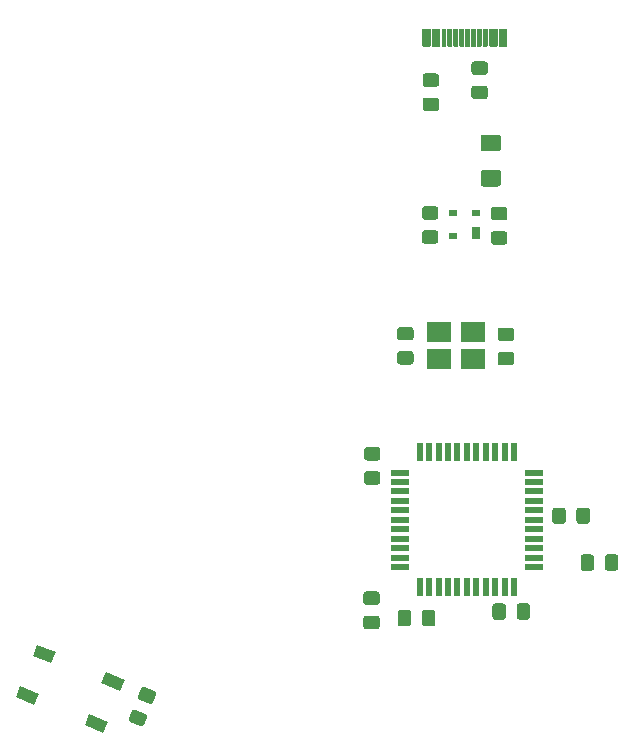
<source format=gbr>
G04 #@! TF.GenerationSoftware,KiCad,Pcbnew,(5.1.9-0-10_14)*
G04 #@! TF.CreationDate,2021-02-24T21:06:59-06:00*
G04 #@! TF.ProjectId,micro_redox_semi_split,6d696372-6f5f-4726-9564-6f785f73656d,rev?*
G04 #@! TF.SameCoordinates,Original*
G04 #@! TF.FileFunction,Paste,Top*
G04 #@! TF.FilePolarity,Positive*
%FSLAX46Y46*%
G04 Gerber Fmt 4.6, Leading zero omitted, Abs format (unit mm)*
G04 Created by KiCad (PCBNEW (5.1.9-0-10_14)) date 2021-02-24 21:06:59*
%MOMM*%
%LPD*%
G01*
G04 APERTURE LIST*
%ADD10R,2.100000X1.800000*%
%ADD11R,0.550000X1.500000*%
%ADD12R,1.500000X0.550000*%
%ADD13R,0.700000X0.600000*%
%ADD14R,0.700000X1.000000*%
%ADD15C,0.100000*%
G04 APERTURE END LIST*
D10*
X134053850Y-88065239D03*
X136953850Y-88065239D03*
X136953850Y-90365239D03*
X134053850Y-90365239D03*
G36*
G01*
X133327348Y-62403238D02*
X133327348Y-63853238D01*
G75*
G02*
X133277348Y-63903238I-50000J0D01*
G01*
X132677348Y-63903238D01*
G75*
G02*
X132627348Y-63853238I0J50000D01*
G01*
X132627348Y-62403238D01*
G75*
G02*
X132677348Y-62353238I50000J0D01*
G01*
X133277348Y-62353238D01*
G75*
G02*
X133327348Y-62403238I0J-50000D01*
G01*
G37*
G36*
G01*
X139777348Y-62403238D02*
X139777348Y-63853238D01*
G75*
G02*
X139727348Y-63903238I-50000J0D01*
G01*
X139127348Y-63903238D01*
G75*
G02*
X139077348Y-63853238I0J50000D01*
G01*
X139077348Y-62403238D01*
G75*
G02*
X139127348Y-62353238I50000J0D01*
G01*
X139727348Y-62353238D01*
G75*
G02*
X139777348Y-62403238I0J-50000D01*
G01*
G37*
G36*
G01*
X134102348Y-62403238D02*
X134102348Y-63853238D01*
G75*
G02*
X134052348Y-63903238I-50000J0D01*
G01*
X133452348Y-63903238D01*
G75*
G02*
X133402348Y-63853238I0J50000D01*
G01*
X133402348Y-62403238D01*
G75*
G02*
X133452348Y-62353238I50000J0D01*
G01*
X134052348Y-62353238D01*
G75*
G02*
X134102348Y-62403238I0J-50000D01*
G01*
G37*
G36*
G01*
X139002348Y-62403238D02*
X139002348Y-63853238D01*
G75*
G02*
X138952348Y-63903238I-50000J0D01*
G01*
X138352348Y-63903238D01*
G75*
G02*
X138302348Y-63853238I0J50000D01*
G01*
X138302348Y-62403238D01*
G75*
G02*
X138352348Y-62353238I50000J0D01*
G01*
X138952348Y-62353238D01*
G75*
G02*
X139002348Y-62403238I0J-50000D01*
G01*
G37*
G36*
G01*
X138152348Y-62403238D02*
X138152348Y-63853238D01*
G75*
G02*
X138102348Y-63903238I-50000J0D01*
G01*
X137802348Y-63903238D01*
G75*
G02*
X137752348Y-63853238I0J50000D01*
G01*
X137752348Y-62403238D01*
G75*
G02*
X137802348Y-62353238I50000J0D01*
G01*
X138102348Y-62353238D01*
G75*
G02*
X138152348Y-62403238I0J-50000D01*
G01*
G37*
G36*
G01*
X134652348Y-62403238D02*
X134652348Y-63853238D01*
G75*
G02*
X134602348Y-63903238I-50000J0D01*
G01*
X134302348Y-63903238D01*
G75*
G02*
X134252348Y-63853238I0J50000D01*
G01*
X134252348Y-62403238D01*
G75*
G02*
X134302348Y-62353238I50000J0D01*
G01*
X134602348Y-62353238D01*
G75*
G02*
X134652348Y-62403238I0J-50000D01*
G01*
G37*
G36*
G01*
X137652348Y-62403238D02*
X137652348Y-63853238D01*
G75*
G02*
X137602348Y-63903238I-50000J0D01*
G01*
X137302348Y-63903238D01*
G75*
G02*
X137252348Y-63853238I0J50000D01*
G01*
X137252348Y-62403238D01*
G75*
G02*
X137302348Y-62353238I50000J0D01*
G01*
X137602348Y-62353238D01*
G75*
G02*
X137652348Y-62403238I0J-50000D01*
G01*
G37*
G36*
G01*
X135152348Y-62403238D02*
X135152348Y-63853238D01*
G75*
G02*
X135102348Y-63903238I-50000J0D01*
G01*
X134802348Y-63903238D01*
G75*
G02*
X134752348Y-63853238I0J50000D01*
G01*
X134752348Y-62403238D01*
G75*
G02*
X134802348Y-62353238I50000J0D01*
G01*
X135102348Y-62353238D01*
G75*
G02*
X135152348Y-62403238I0J-50000D01*
G01*
G37*
G36*
G01*
X137152348Y-62403238D02*
X137152348Y-63853238D01*
G75*
G02*
X137102348Y-63903238I-50000J0D01*
G01*
X136802348Y-63903238D01*
G75*
G02*
X136752348Y-63853238I0J50000D01*
G01*
X136752348Y-62403238D01*
G75*
G02*
X136802348Y-62353238I50000J0D01*
G01*
X137102348Y-62353238D01*
G75*
G02*
X137152348Y-62403238I0J-50000D01*
G01*
G37*
G36*
G01*
X135652348Y-62403238D02*
X135652348Y-63853238D01*
G75*
G02*
X135602348Y-63903238I-50000J0D01*
G01*
X135302348Y-63903238D01*
G75*
G02*
X135252348Y-63853238I0J50000D01*
G01*
X135252348Y-62403238D01*
G75*
G02*
X135302348Y-62353238I50000J0D01*
G01*
X135602348Y-62353238D01*
G75*
G02*
X135652348Y-62403238I0J-50000D01*
G01*
G37*
G36*
G01*
X136152348Y-62403238D02*
X136152348Y-63853238D01*
G75*
G02*
X136102348Y-63903238I-50000J0D01*
G01*
X135802348Y-63903238D01*
G75*
G02*
X135752348Y-63853238I0J50000D01*
G01*
X135752348Y-62403238D01*
G75*
G02*
X135802348Y-62353238I50000J0D01*
G01*
X136102348Y-62353238D01*
G75*
G02*
X136152348Y-62403238I0J-50000D01*
G01*
G37*
G36*
G01*
X136652348Y-62403238D02*
X136652348Y-63853238D01*
G75*
G02*
X136602348Y-63903238I-50000J0D01*
G01*
X136302348Y-63903238D01*
G75*
G02*
X136252348Y-63853238I0J50000D01*
G01*
X136252348Y-62403238D01*
G75*
G02*
X136302348Y-62353238I50000J0D01*
G01*
X136602348Y-62353238D01*
G75*
G02*
X136652348Y-62403238I0J-50000D01*
G01*
G37*
D11*
X140392847Y-109647239D03*
X139592847Y-109647239D03*
X138792847Y-109647239D03*
X137992847Y-109647239D03*
X137192847Y-109647239D03*
X136392847Y-109647239D03*
X135592847Y-109647239D03*
X134792847Y-109647239D03*
X133992847Y-109647239D03*
X133192847Y-109647239D03*
X132392847Y-109647239D03*
D12*
X130692847Y-107947239D03*
X130692847Y-107147239D03*
X130692847Y-106347239D03*
X130692847Y-105547239D03*
X130692847Y-104747239D03*
X130692847Y-103947239D03*
X130692847Y-103147239D03*
X130692847Y-102347239D03*
X130692847Y-101547239D03*
X130692847Y-100747239D03*
X130692847Y-99947239D03*
D11*
X132392847Y-98247239D03*
X133192847Y-98247239D03*
X133992847Y-98247239D03*
X134792847Y-98247239D03*
X135592847Y-98247239D03*
X136392847Y-98247239D03*
X137192847Y-98247239D03*
X137992847Y-98247239D03*
X138792847Y-98247239D03*
X139592847Y-98247239D03*
X140392847Y-98247239D03*
D12*
X142092847Y-99947239D03*
X142092847Y-100747239D03*
X142092847Y-101547239D03*
X142092847Y-102347239D03*
X142092847Y-103147239D03*
X142092847Y-103947239D03*
X142092847Y-104747239D03*
X142092847Y-105547239D03*
X142092847Y-106347239D03*
X142092847Y-107147239D03*
X142092847Y-107947239D03*
D13*
X135202346Y-79878239D03*
X135202346Y-77978239D03*
X137202346Y-77978239D03*
D14*
X137202346Y-79678239D03*
D15*
G36*
X105985639Y-121031221D02*
G01*
X105611032Y-121958405D01*
X104034819Y-121321573D01*
X104409426Y-120394389D01*
X105985639Y-121031221D01*
G37*
G36*
X100144380Y-118671200D02*
G01*
X99769773Y-119598384D01*
X98193560Y-118961552D01*
X98568167Y-118034368D01*
X100144380Y-118671200D01*
G37*
G36*
X107409144Y-117507922D02*
G01*
X107034537Y-118435106D01*
X105458324Y-117798274D01*
X105832931Y-116871090D01*
X107409144Y-117507922D01*
G37*
G36*
X101567885Y-115147901D02*
G01*
X101193278Y-116075085D01*
X99617065Y-115438253D01*
X99991672Y-114511069D01*
X101567885Y-115147901D01*
G37*
G36*
G01*
X128772368Y-111163416D02*
X127872366Y-111163416D01*
G75*
G02*
X127622367Y-110913417I0J249999D01*
G01*
X127622367Y-110263415D01*
G75*
G02*
X127872366Y-110013416I249999J0D01*
G01*
X128772368Y-110013416D01*
G75*
G02*
X129022367Y-110263415I0J-249999D01*
G01*
X129022367Y-110913417D01*
G75*
G02*
X128772368Y-111163416I-249999J0D01*
G01*
G37*
G36*
G01*
X128772368Y-113213416D02*
X127872366Y-113213416D01*
G75*
G02*
X127622367Y-112963417I0J249999D01*
G01*
X127622367Y-112313415D01*
G75*
G02*
X127872366Y-112063416I249999J0D01*
G01*
X128772368Y-112063416D01*
G75*
G02*
X129022367Y-112313415I0J-249999D01*
G01*
X129022367Y-112963417D01*
G75*
G02*
X128772368Y-113213416I-249999J0D01*
G01*
G37*
G36*
G01*
X138673347Y-79505239D02*
X139573349Y-79505239D01*
G75*
G02*
X139823348Y-79755238I0J-249999D01*
G01*
X139823348Y-80405240D01*
G75*
G02*
X139573349Y-80655239I-249999J0D01*
G01*
X138673347Y-80655239D01*
G75*
G02*
X138423348Y-80405240I0J249999D01*
G01*
X138423348Y-79755238D01*
G75*
G02*
X138673347Y-79505239I249999J0D01*
G01*
G37*
G36*
G01*
X138673347Y-77455239D02*
X139573349Y-77455239D01*
G75*
G02*
X139823348Y-77705238I0J-249999D01*
G01*
X139823348Y-78355240D01*
G75*
G02*
X139573349Y-78605239I-249999J0D01*
G01*
X138673347Y-78605239D01*
G75*
G02*
X138423348Y-78355240I0J249999D01*
G01*
X138423348Y-77705238D01*
G75*
G02*
X138673347Y-77455239I249999J0D01*
G01*
G37*
G36*
G01*
X133731353Y-78541734D02*
X132831351Y-78541734D01*
G75*
G02*
X132581352Y-78291735I0J249999D01*
G01*
X132581352Y-77641733D01*
G75*
G02*
X132831351Y-77391734I249999J0D01*
G01*
X133731353Y-77391734D01*
G75*
G02*
X133981352Y-77641733I0J-249999D01*
G01*
X133981352Y-78291735D01*
G75*
G02*
X133731353Y-78541734I-249999J0D01*
G01*
G37*
G36*
G01*
X133731353Y-80591734D02*
X132831351Y-80591734D01*
G75*
G02*
X132581352Y-80341735I0J249999D01*
G01*
X132581352Y-79691733D01*
G75*
G02*
X132831351Y-79441734I249999J0D01*
G01*
X133731353Y-79441734D01*
G75*
G02*
X133981352Y-79691733I0J-249999D01*
G01*
X133981352Y-80341735D01*
G75*
G02*
X133731353Y-80591734I-249999J0D01*
G01*
G37*
G36*
G01*
X133794850Y-67302241D02*
X132894848Y-67302241D01*
G75*
G02*
X132644849Y-67052242I0J249999D01*
G01*
X132644849Y-66402240D01*
G75*
G02*
X132894848Y-66152241I249999J0D01*
G01*
X133794850Y-66152241D01*
G75*
G02*
X134044849Y-66402240I0J-249999D01*
G01*
X134044849Y-67052242D01*
G75*
G02*
X133794850Y-67302241I-249999J0D01*
G01*
G37*
G36*
G01*
X133794850Y-69352241D02*
X132894848Y-69352241D01*
G75*
G02*
X132644849Y-69102242I0J249999D01*
G01*
X132644849Y-68452240D01*
G75*
G02*
X132894848Y-68202241I249999J0D01*
G01*
X133794850Y-68202241D01*
G75*
G02*
X134044849Y-68452240I0J-249999D01*
G01*
X134044849Y-69102242D01*
G75*
G02*
X133794850Y-69352241I-249999J0D01*
G01*
G37*
G36*
G01*
X137922348Y-66286237D02*
X137022346Y-66286237D01*
G75*
G02*
X136772347Y-66036238I0J249999D01*
G01*
X136772347Y-65386236D01*
G75*
G02*
X137022346Y-65136237I249999J0D01*
G01*
X137922348Y-65136237D01*
G75*
G02*
X138172347Y-65386236I0J-249999D01*
G01*
X138172347Y-66036238D01*
G75*
G02*
X137922348Y-66286237I-249999J0D01*
G01*
G37*
G36*
G01*
X137922348Y-68336237D02*
X137022346Y-68336237D01*
G75*
G02*
X136772347Y-68086238I0J249999D01*
G01*
X136772347Y-67436236D01*
G75*
G02*
X137022346Y-67186237I249999J0D01*
G01*
X137922348Y-67186237D01*
G75*
G02*
X138172347Y-67436236I0J-249999D01*
G01*
X138172347Y-68086238D01*
G75*
G02*
X137922348Y-68336237I-249999J0D01*
G01*
G37*
G36*
G01*
X108339075Y-120021826D02*
X109173542Y-120358973D01*
G75*
G02*
X109311686Y-120684419I-93651J-231795D01*
G01*
X109068191Y-121287090D01*
G75*
G02*
X108742745Y-121425234I-231795J93651D01*
G01*
X107908278Y-121088087D01*
G75*
G02*
X107770134Y-120762641I93651J231795D01*
G01*
X108013629Y-120159970D01*
G75*
G02*
X108339075Y-120021826I231795J-93651D01*
G01*
G37*
G36*
G01*
X109107019Y-118121100D02*
X109941486Y-118458247D01*
G75*
G02*
X110079630Y-118783693I-93651J-231795D01*
G01*
X109836135Y-119386364D01*
G75*
G02*
X109510689Y-119524508I-231795J93651D01*
G01*
X108676222Y-119187361D01*
G75*
G02*
X108538078Y-118861915I93651J231795D01*
G01*
X108781573Y-118259244D01*
G75*
G02*
X109107019Y-118121100I231795J-93651D01*
G01*
G37*
G36*
G01*
X139049853Y-72755733D02*
X137799853Y-72755733D01*
G75*
G02*
X137549853Y-72505733I0J250000D01*
G01*
X137549853Y-71580733D01*
G75*
G02*
X137799853Y-71330733I250000J0D01*
G01*
X139049853Y-71330733D01*
G75*
G02*
X139299853Y-71580733I0J-250000D01*
G01*
X139299853Y-72505733D01*
G75*
G02*
X139049853Y-72755733I-250000J0D01*
G01*
G37*
G36*
G01*
X139049853Y-75730733D02*
X137799853Y-75730733D01*
G75*
G02*
X137549853Y-75480733I0J250000D01*
G01*
X137549853Y-74555733D01*
G75*
G02*
X137799853Y-74305733I250000J0D01*
G01*
X139049853Y-74305733D01*
G75*
G02*
X139299853Y-74555733I0J-250000D01*
G01*
X139299853Y-75480733D01*
G75*
G02*
X139049853Y-75730733I-250000J0D01*
G01*
G37*
G36*
G01*
X139697554Y-111266994D02*
X139697554Y-112166996D01*
G75*
G02*
X139447555Y-112416995I-249999J0D01*
G01*
X138797553Y-112416995D01*
G75*
G02*
X138547554Y-112166996I0J249999D01*
G01*
X138547554Y-111266994D01*
G75*
G02*
X138797553Y-111016995I249999J0D01*
G01*
X139447555Y-111016995D01*
G75*
G02*
X139697554Y-111266994I0J-249999D01*
G01*
G37*
G36*
G01*
X141747554Y-111266994D02*
X141747554Y-112166996D01*
G75*
G02*
X141497555Y-112416995I-249999J0D01*
G01*
X140847553Y-112416995D01*
G75*
G02*
X140597554Y-112166996I0J249999D01*
G01*
X140597554Y-111266994D01*
G75*
G02*
X140847553Y-111016995I249999J0D01*
G01*
X141497555Y-111016995D01*
G75*
G02*
X141747554Y-111266994I0J-249999D01*
G01*
G37*
G36*
G01*
X128830284Y-98935343D02*
X127930282Y-98935343D01*
G75*
G02*
X127680283Y-98685344I0J249999D01*
G01*
X127680283Y-98035342D01*
G75*
G02*
X127930282Y-97785343I249999J0D01*
G01*
X128830284Y-97785343D01*
G75*
G02*
X129080283Y-98035342I0J-249999D01*
G01*
X129080283Y-98685344D01*
G75*
G02*
X128830284Y-98935343I-249999J0D01*
G01*
G37*
G36*
G01*
X128830284Y-100985343D02*
X127930282Y-100985343D01*
G75*
G02*
X127680283Y-100735344I0J249999D01*
G01*
X127680283Y-100085342D01*
G75*
G02*
X127930282Y-99835343I249999J0D01*
G01*
X128830284Y-99835343D01*
G75*
G02*
X129080283Y-100085342I0J-249999D01*
G01*
X129080283Y-100735344D01*
G75*
G02*
X128830284Y-100985343I-249999J0D01*
G01*
G37*
G36*
G01*
X148070786Y-108026842D02*
X148070786Y-107126840D01*
G75*
G02*
X148320785Y-106876841I249999J0D01*
G01*
X148970787Y-106876841D01*
G75*
G02*
X149220786Y-107126840I0J-249999D01*
G01*
X149220786Y-108026842D01*
G75*
G02*
X148970787Y-108276841I-249999J0D01*
G01*
X148320785Y-108276841D01*
G75*
G02*
X148070786Y-108026842I0J249999D01*
G01*
G37*
G36*
G01*
X146020786Y-108026842D02*
X146020786Y-107126840D01*
G75*
G02*
X146270785Y-106876841I249999J0D01*
G01*
X146920787Y-106876841D01*
G75*
G02*
X147170786Y-107126840I0J-249999D01*
G01*
X147170786Y-108026842D01*
G75*
G02*
X146920787Y-108276841I-249999J0D01*
G01*
X146270785Y-108276841D01*
G75*
G02*
X146020786Y-108026842I0J249999D01*
G01*
G37*
G36*
G01*
X132576787Y-112725841D02*
X132576787Y-111825839D01*
G75*
G02*
X132826786Y-111575840I249999J0D01*
G01*
X133476788Y-111575840D01*
G75*
G02*
X133726787Y-111825839I0J-249999D01*
G01*
X133726787Y-112725841D01*
G75*
G02*
X133476788Y-112975840I-249999J0D01*
G01*
X132826786Y-112975840D01*
G75*
G02*
X132576787Y-112725841I0J249999D01*
G01*
G37*
G36*
G01*
X130526787Y-112725841D02*
X130526787Y-111825839D01*
G75*
G02*
X130776786Y-111575840I249999J0D01*
G01*
X131426788Y-111575840D01*
G75*
G02*
X131676787Y-111825839I0J-249999D01*
G01*
X131676787Y-112725841D01*
G75*
G02*
X131426788Y-112975840I-249999J0D01*
G01*
X130776786Y-112975840D01*
G75*
G02*
X130526787Y-112725841I0J249999D01*
G01*
G37*
G36*
G01*
X143613368Y-104062417D02*
X143613368Y-103162415D01*
G75*
G02*
X143863367Y-102912416I249999J0D01*
G01*
X144513369Y-102912416D01*
G75*
G02*
X144763368Y-103162415I0J-249999D01*
G01*
X144763368Y-104062417D01*
G75*
G02*
X144513369Y-104312416I-249999J0D01*
G01*
X143863367Y-104312416D01*
G75*
G02*
X143613368Y-104062417I0J249999D01*
G01*
G37*
G36*
G01*
X145663368Y-104062417D02*
X145663368Y-103162415D01*
G75*
G02*
X145913367Y-102912416I249999J0D01*
G01*
X146563369Y-102912416D01*
G75*
G02*
X146813368Y-103162415I0J-249999D01*
G01*
X146813368Y-104062417D01*
G75*
G02*
X146563369Y-104312416I-249999J0D01*
G01*
X145913367Y-104312416D01*
G75*
G02*
X145663368Y-104062417I0J249999D01*
G01*
G37*
G36*
G01*
X139244846Y-89728740D02*
X140144848Y-89728740D01*
G75*
G02*
X140394847Y-89978739I0J-249999D01*
G01*
X140394847Y-90628741D01*
G75*
G02*
X140144848Y-90878740I-249999J0D01*
G01*
X139244846Y-90878740D01*
G75*
G02*
X138994847Y-90628741I0J249999D01*
G01*
X138994847Y-89978739D01*
G75*
G02*
X139244846Y-89728740I249999J0D01*
G01*
G37*
G36*
G01*
X139244846Y-87678740D02*
X140144848Y-87678740D01*
G75*
G02*
X140394847Y-87928739I0J-249999D01*
G01*
X140394847Y-88578741D01*
G75*
G02*
X140144848Y-88828740I-249999J0D01*
G01*
X139244846Y-88828740D01*
G75*
G02*
X138994847Y-88578741I0J249999D01*
G01*
X138994847Y-87928739D01*
G75*
G02*
X139244846Y-87678740I249999J0D01*
G01*
G37*
G36*
G01*
X131635853Y-88765238D02*
X130735851Y-88765238D01*
G75*
G02*
X130485852Y-88515239I0J249999D01*
G01*
X130485852Y-87865237D01*
G75*
G02*
X130735851Y-87615238I249999J0D01*
G01*
X131635853Y-87615238D01*
G75*
G02*
X131885852Y-87865237I0J-249999D01*
G01*
X131885852Y-88515239D01*
G75*
G02*
X131635853Y-88765238I-249999J0D01*
G01*
G37*
G36*
G01*
X131635853Y-90815238D02*
X130735851Y-90815238D01*
G75*
G02*
X130485852Y-90565239I0J249999D01*
G01*
X130485852Y-89915237D01*
G75*
G02*
X130735851Y-89665238I249999J0D01*
G01*
X131635853Y-89665238D01*
G75*
G02*
X131885852Y-89915237I0J-249999D01*
G01*
X131885852Y-90565239D01*
G75*
G02*
X131635853Y-90815238I-249999J0D01*
G01*
G37*
M02*

</source>
